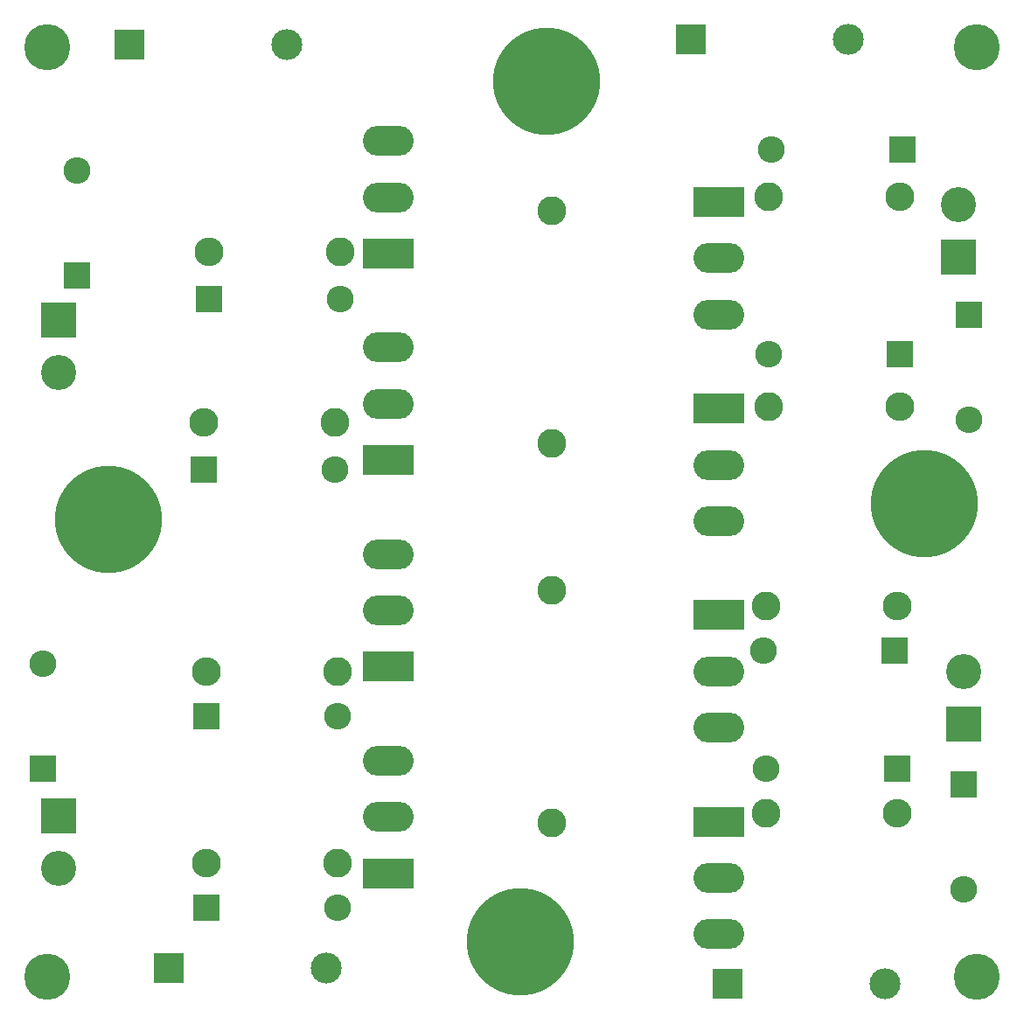
<source format=gbr>
G04 #@! TF.FileFunction,Soldermask,Bot*
%FSLAX46Y46*%
G04 Gerber Fmt 4.6, Leading zero omitted, Abs format (unit mm)*
G04 Created by KiCad (PCBNEW 4.0.7) date 05/14/18 04:12:04*
%MOMM*%
%LPD*%
G01*
G04 APERTURE LIST*
%ADD10C,0.100000*%
%ADD11C,2.800000*%
%ADD12O,2.800000X2.800000*%
%ADD13R,3.400000X3.400000*%
%ADD14C,3.400000*%
%ADD15R,2.600000X2.600000*%
%ADD16O,2.600000X2.600000*%
%ADD17C,4.464000*%
%ADD18R,4.900000X2.900000*%
%ADD19O,4.900000X2.900000*%
%ADD20C,10.400000*%
%ADD21R,3.000000X3.000000*%
%ADD22O,3.000000X3.000000*%
G04 APERTURE END LIST*
D10*
D11*
X119808000Y-64516000D03*
D12*
X132508000Y-64516000D03*
D13*
X138684000Y-115570000D03*
D14*
X138684000Y-110490000D03*
D15*
X65358000Y-114808000D03*
D16*
X78058000Y-114808000D03*
D17*
X50000000Y-50000000D03*
X50000000Y-140000000D03*
D18*
X115000000Y-65000000D03*
D19*
X115000000Y-70450000D03*
X115000000Y-75900000D03*
D18*
X83000000Y-70000000D03*
D19*
X83000000Y-64550000D03*
X83000000Y-59100000D03*
D20*
X134874000Y-94234000D03*
X55880000Y-95758000D03*
D17*
X140000000Y-50000000D03*
X140000000Y-140000000D03*
D13*
X138176000Y-70358000D03*
D14*
X138176000Y-65278000D03*
D13*
X51054000Y-76454000D03*
D14*
X51054000Y-81534000D03*
D18*
X115000000Y-85000000D03*
D19*
X115000000Y-90450000D03*
X115000000Y-95900000D03*
D18*
X83000000Y-90000000D03*
D19*
X83000000Y-84550000D03*
X83000000Y-79100000D03*
D18*
X115000000Y-105000000D03*
D19*
X115000000Y-110450000D03*
X115000000Y-115900000D03*
D18*
X83000000Y-110000000D03*
D19*
X83000000Y-104550000D03*
X83000000Y-99100000D03*
D18*
X115000000Y-125000000D03*
D19*
X115000000Y-130450000D03*
X115000000Y-135900000D03*
D18*
X83000000Y-130000000D03*
D19*
X83000000Y-124550000D03*
X83000000Y-119100000D03*
D20*
X95758000Y-136652000D03*
D15*
X139192000Y-75946000D03*
D16*
X139192000Y-86106000D03*
D15*
X52832000Y-72136000D03*
D16*
X52832000Y-61976000D03*
D15*
X132762000Y-59944000D03*
D16*
X120062000Y-59944000D03*
D15*
X65612000Y-74422000D03*
D16*
X78312000Y-74422000D03*
D15*
X132508000Y-79756000D03*
D16*
X119808000Y-79756000D03*
D15*
X65104000Y-90932000D03*
D16*
X77804000Y-90932000D03*
D15*
X132000000Y-108458000D03*
D16*
X119300000Y-108458000D03*
D15*
X132254000Y-119888000D03*
D16*
X119554000Y-119888000D03*
D15*
X65358000Y-133350000D03*
D16*
X78058000Y-133350000D03*
D11*
X78312000Y-69850000D03*
D12*
X65612000Y-69850000D03*
D11*
X119808000Y-84836000D03*
D12*
X132508000Y-84836000D03*
D11*
X77804000Y-86360000D03*
D12*
X65104000Y-86360000D03*
D11*
X119554000Y-104140000D03*
D12*
X132254000Y-104140000D03*
D11*
X78058000Y-110490000D03*
D12*
X65358000Y-110490000D03*
D11*
X119554000Y-124206000D03*
D12*
X132254000Y-124206000D03*
D11*
X78058000Y-129032000D03*
D12*
X65358000Y-129032000D03*
D21*
X61722000Y-139192000D03*
D22*
X76962000Y-139192000D03*
D21*
X115824000Y-140716000D03*
D22*
X131064000Y-140716000D03*
D11*
X98806000Y-102616000D03*
X98806000Y-125116000D03*
X98806000Y-88392000D03*
X98806000Y-65892000D03*
D13*
X51054000Y-124460000D03*
D14*
X51054000Y-129540000D03*
D20*
X98298000Y-53340000D03*
D15*
X49530000Y-119888000D03*
D16*
X49530000Y-109728000D03*
D15*
X138684000Y-121412000D03*
D16*
X138684000Y-131572000D03*
D21*
X57912000Y-49784000D03*
D22*
X73152000Y-49784000D03*
D21*
X112268000Y-49276000D03*
D22*
X127508000Y-49276000D03*
M02*

</source>
